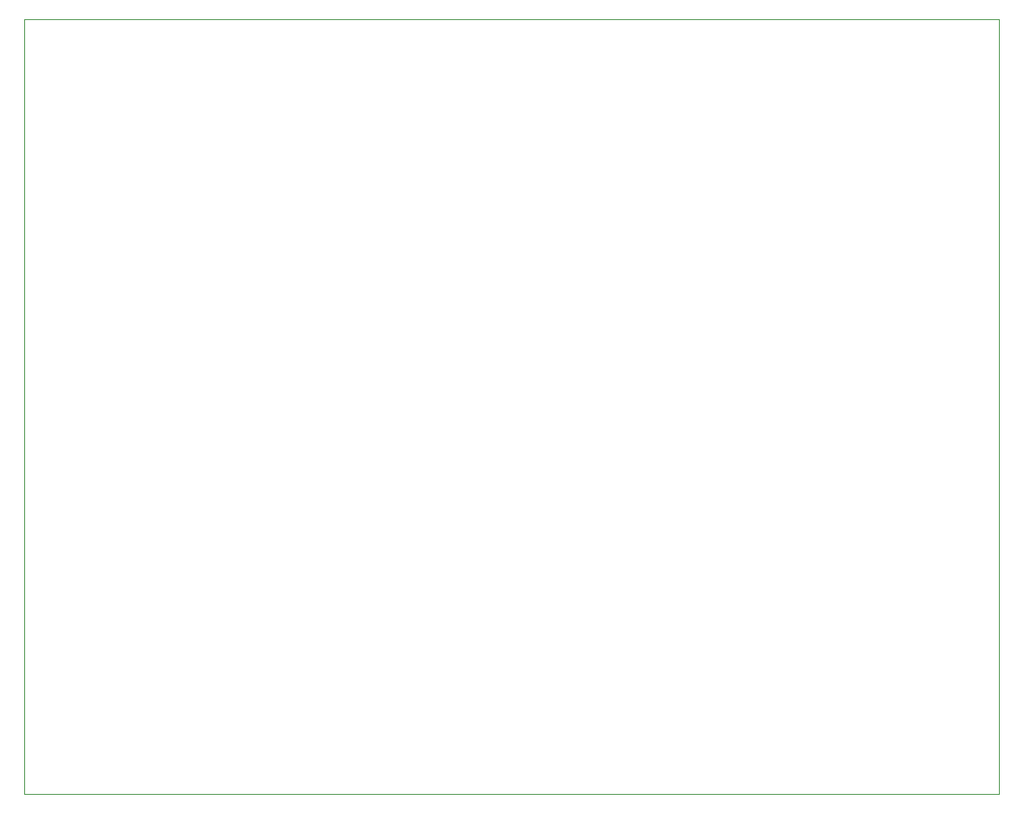
<source format=gbr>
%TF.GenerationSoftware,KiCad,Pcbnew,8.0.8*%
%TF.CreationDate,2025-04-18T15:33:52+05:30*%
%TF.ProjectId,bandara_ckt_pcb_naveen,62616e64-6172-4615-9f63-6b745f706362,v1*%
%TF.SameCoordinates,Original*%
%TF.FileFunction,Profile,NP*%
%FSLAX46Y46*%
G04 Gerber Fmt 4.6, Leading zero omitted, Abs format (unit mm)*
G04 Created by KiCad (PCBNEW 8.0.8) date 2025-04-18 15:33:52*
%MOMM*%
%LPD*%
G01*
G04 APERTURE LIST*
%TA.AperFunction,Profile*%
%ADD10C,0.050000*%
%TD*%
G04 APERTURE END LIST*
D10*
X40000000Y-52400000D02*
X138800000Y-52400000D01*
X138800000Y-131000000D01*
X40000000Y-131000000D01*
X40000000Y-52400000D01*
M02*

</source>
